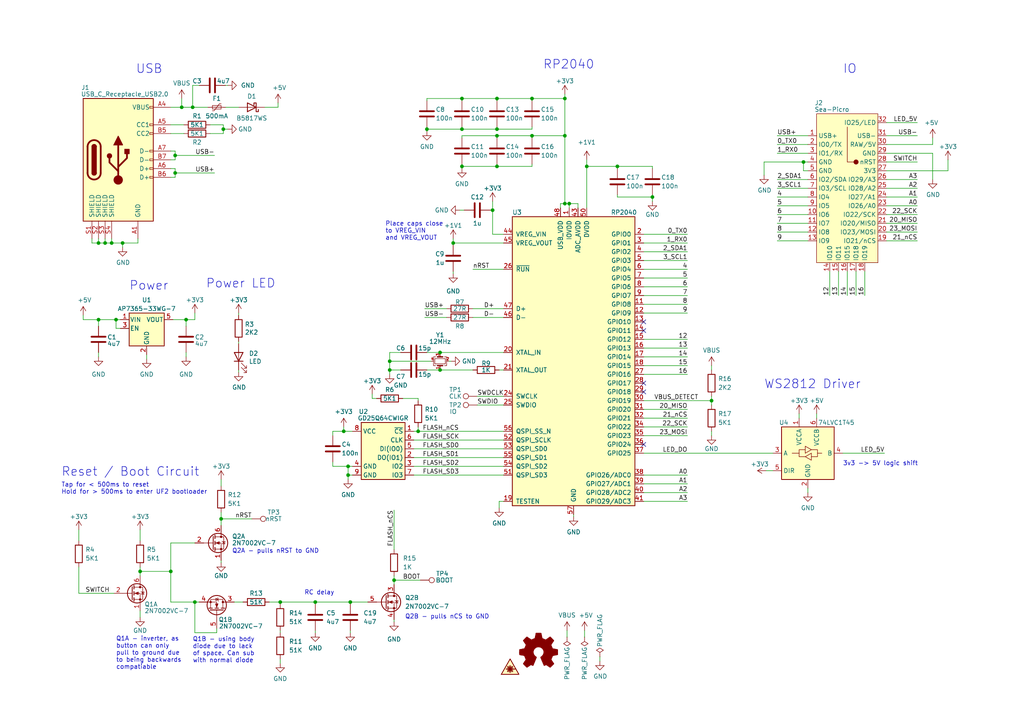
<source format=kicad_sch>
(kicad_sch (version 20211123) (generator eeschema)
  (paper "A4")
  (title_block (title "Sea Picro EXT") (date "2022-06-20") (rev "0.3") (company "Josh Johnson"))
  (junction (at 142.875 60.96))
  (junction (at 40.64 165.735))
  (junction (at 32.385 70.485))
  (junction (at 206.375 116.205))
  (junction (at 113.03 104.775))
  (junction (at 179.07 48.26))
  (junction (at 53.975 92.71))
  (junction (at 56.515 174.625))
  (junction (at 64.77 37.465))
  (junction (at 64.135 150.495))
  (junction (at 144.145 37.465))
  (junction (at 154.305 28.575))
  (junction (at 123.825 37.465))
  (junction (at 133.985 48.26))
  (junction (at 154.305 39.37))
  (junction (at 50.8 45.085))
  (junction (at 28.575 70.485))
  (junction (at 165.1 59.055))
  (junction (at 35.56 70.485))
  (junction (at 163.83 39.37))
  (junction (at 144.145 48.26))
  (junction (at 33.655 92.71))
  (junction (at 131.445 70.485))
  (junction (at 52.705 31.115))
  (junction (at 30.48 70.485))
  (junction (at 170.18 48.26))
  (junction (at 50.8 50.165))
  (junction (at 81.28 174.625))
  (junction (at 101.6 174.625))
  (junction (at 127.635 107.315))
  (junction (at 133.985 37.465))
  (junction (at 91.44 174.625))
  (junction (at 99.695 125.095))
  (junction (at 49.53 165.735))
  (junction (at 113.03 107.315))
  (junction (at 127.635 102.235))
  (junction (at 100.965 135.255))
  (junction (at 55.88 31.115))
  (junction (at 28.575 92.71))
  (junction (at 114.3 168.275))
  (junction (at 100.965 137.795))
  (junction (at 144.145 28.575))
  (junction (at 163.83 28.575))
  (junction (at 144.145 39.37))
  (junction (at 121.285 125.095))
  (junction (at 133.985 28.575))
  (junction (at 189.23 57.15))
  (junction (at 233.045 46.99))
  (junction (at 163.83 59.055))
  (no_connect (at 186.69 128.905))
  (no_connect (at 186.69 95.885))
  (no_connect (at 186.69 93.345))
  (no_connect (at 186.69 113.665))
  (no_connect (at 186.69 111.125))
  (wire (pts (xy 100.965 135.255) (xy 100.965 137.795)))
  (wire (pts (xy 50.8 48.895) (xy 50.8 50.165)))
  (wire (pts (xy 69.215 107.315) (xy 69.215 107.95)))
  (wire (pts (xy 248.285 78.74) (xy 248.285 85.725)))
  (wire (pts (xy 99.695 125.095) (xy 96.52 125.095)))
  (wire (pts (xy 123.825 29.21) (xy 123.825 28.575)))
  (wire (pts (xy 163.83 28.575) (xy 163.83 39.37)))
  (wire (pts (xy 60.96 36.195) (xy 64.77 36.195)))
  (wire (pts (xy 120.015 125.095) (xy 121.285 125.095)))
  (wire (pts (xy 154.305 28.575) (xy 163.83 28.575)))
  (wire (pts (xy 179.07 48.26) (xy 170.18 48.26)))
  (wire (pts (xy 56.515 174.625) (xy 49.53 174.625)))
  (wire (pts (xy 225.425 67.31) (xy 234.315 67.31)))
  (wire (pts (xy 163.83 39.37) (xy 163.83 59.055)))
  (wire (pts (xy 257.175 52.07) (xy 266.065 52.07)))
  (wire (pts (xy 114.3 167.005) (xy 114.3 168.275)))
  (wire (pts (xy 240.665 78.74) (xy 240.665 85.725)))
  (wire (pts (xy 28.575 70.485) (xy 30.48 70.485)))
  (wire (pts (xy 154.305 28.575) (xy 154.305 29.21)))
  (wire (pts (xy 186.69 90.805) (xy 199.39 90.805)))
  (wire (pts (xy 26.67 70.485) (xy 28.575 70.485)))
  (wire (pts (xy 113.03 102.235) (xy 113.03 104.775)))
  (wire (pts (xy 40.64 164.465) (xy 40.64 165.735)))
  (wire (pts (xy 80.645 31.115) (xy 80.645 29.845)))
  (wire (pts (xy 129.54 92.075) (xy 123.19 92.075)))
  (wire (pts (xy 225.425 64.77) (xy 234.315 64.77)))
  (wire (pts (xy 65.405 31.115) (xy 69.215 31.115)))
  (wire (pts (xy 32.385 69.215) (xy 32.385 70.485)))
  (wire (pts (xy 225.425 62.23) (xy 234.315 62.23)))
  (wire (pts (xy 186.69 106.045) (xy 199.39 106.045)))
  (wire (pts (xy 64.135 148.59) (xy 64.135 150.495)))
  (wire (pts (xy 222.25 136.525) (xy 224.155 136.525)))
  (wire (pts (xy 133.985 47.625) (xy 133.985 48.26)))
  (wire (pts (xy 146.05 70.485) (xy 131.445 70.485)))
  (wire (pts (xy 127.635 107.315) (xy 137.16 107.315)))
  (wire (pts (xy 170.18 48.26) (xy 170.18 60.325)))
  (wire (pts (xy 22.86 164.465) (xy 22.86 172.085)))
  (wire (pts (xy 186.69 70.485) (xy 199.39 70.485)))
  (wire (pts (xy 28.575 92.71) (xy 33.655 92.71)))
  (wire (pts (xy 225.425 44.45) (xy 234.315 44.45)))
  (wire (pts (xy 169.545 182.88) (xy 169.545 184.785)))
  (wire (pts (xy 55.88 24.765) (xy 57.785 24.765)))
  (wire (pts (xy 49.53 48.895) (xy 50.8 48.895)))
  (wire (pts (xy 50.8 50.165) (xy 50.8 51.435)))
  (wire (pts (xy 163.83 27.305) (xy 163.83 28.575)))
  (wire (pts (xy 270.51 52.07) (xy 270.51 44.45)))
  (wire (pts (xy 270.51 41.91) (xy 270.51 40.005)))
  (wire (pts (xy 50.8 45.085) (xy 62.23 45.085)))
  (wire (pts (xy 81.28 174.625) (xy 91.44 174.625)))
  (wire (pts (xy 233.045 49.53) (xy 233.045 46.99)))
  (wire (pts (xy 144.145 29.21) (xy 144.145 28.575)))
  (wire (pts (xy 186.69 103.505) (xy 199.39 103.505)))
  (wire (pts (xy 138.43 117.475) (xy 146.05 117.475)))
  (wire (pts (xy 257.175 35.56) (xy 266.065 35.56)))
  (wire (pts (xy 245.745 78.74) (xy 245.745 85.725)))
  (wire (pts (xy 64.135 150.495) (xy 73.025 150.495)))
  (wire (pts (xy 257.175 54.61) (xy 266.065 54.61)))
  (wire (pts (xy 179.07 56.515) (xy 179.07 57.15)))
  (wire (pts (xy 69.215 91.44) (xy 69.215 90.805)))
  (wire (pts (xy 165.1 59.055) (xy 163.83 59.055)))
  (wire (pts (xy 225.425 39.37) (xy 234.315 39.37)))
  (wire (pts (xy 225.425 54.61) (xy 234.315 54.61)))
  (wire (pts (xy 64.135 150.495) (xy 64.135 152.4)))
  (wire (pts (xy 154.305 36.83) (xy 154.305 37.465)))
  (wire (pts (xy 144.145 37.465) (xy 154.305 37.465)))
  (wire (pts (xy 234.315 49.53) (xy 233.045 49.53)))
  (wire (pts (xy 186.69 142.875) (xy 199.39 142.875)))
  (wire (pts (xy 49.53 174.625) (xy 49.53 165.735)))
  (wire (pts (xy 50.165 92.71) (xy 53.975 92.71)))
  (wire (pts (xy 113.03 107.315) (xy 113.03 108.585)))
  (wire (pts (xy 114.3 147.955) (xy 114.3 159.385)))
  (wire (pts (xy 22.86 153.67) (xy 22.86 156.845)))
  (wire (pts (xy 236.855 120.015) (xy 236.855 121.285)))
  (wire (pts (xy 186.69 73.025) (xy 199.39 73.025)))
  (wire (pts (xy 186.69 126.365) (xy 199.39 126.365)))
  (wire (pts (xy 206.375 106.045) (xy 206.375 107.315)))
  (wire (pts (xy 64.77 36.195) (xy 64.77 37.465)))
  (wire (pts (xy 186.69 98.425) (xy 199.39 98.425)))
  (wire (pts (xy 154.305 47.625) (xy 154.305 48.26)))
  (wire (pts (xy 120.015 132.715) (xy 146.05 132.715)))
  (wire (pts (xy 133.985 37.465) (xy 144.145 37.465)))
  (wire (pts (xy 179.07 48.26) (xy 189.23 48.26)))
  (wire (pts (xy 53.34 36.195) (xy 49.53 36.195)))
  (wire (pts (xy 56.515 90.805) (xy 56.515 92.71)))
  (wire (pts (xy 113.03 104.775) (xy 113.03 107.315)))
  (wire (pts (xy 131.445 69.215) (xy 131.445 70.485)))
  (wire (pts (xy 142.875 60.96) (xy 142.875 67.945)))
  (wire (pts (xy 28.575 92.71) (xy 28.575 94.615)))
  (wire (pts (xy 121.285 123.825) (xy 121.285 125.095)))
  (wire (pts (xy 144.145 48.26) (xy 154.305 48.26)))
  (wire (pts (xy 170.18 46.355) (xy 170.18 48.26)))
  (wire (pts (xy 129.54 89.535) (xy 123.19 89.535)))
  (wire (pts (xy 69.215 99.695) (xy 69.215 99.06)))
  (wire (pts (xy 257.175 46.99) (xy 266.065 46.99)))
  (wire (pts (xy 189.23 57.15) (xy 189.23 58.42)))
  (wire (pts (xy 49.53 43.815) (xy 50.8 43.815)))
  (wire (pts (xy 144.145 28.575) (xy 154.305 28.575)))
  (wire (pts (xy 243.205 78.74) (xy 243.205 85.725)))
  (wire (pts (xy 65.405 24.765) (xy 66.04 24.765)))
  (wire (pts (xy 179.07 48.895) (xy 179.07 48.26)))
  (wire (pts (xy 50.8 46.355) (xy 49.53 46.355)))
  (wire (pts (xy 22.86 172.085) (xy 33.02 172.085)))
  (wire (pts (xy 101.6 174.625) (xy 106.68 174.625)))
  (wire (pts (xy 133.985 28.575) (xy 133.985 29.21)))
  (wire (pts (xy 101.6 182.88) (xy 101.6 183.515)))
  (wire (pts (xy 102.235 135.255) (xy 100.965 135.255)))
  (wire (pts (xy 26.67 69.215) (xy 26.67 70.485)))
  (wire (pts (xy 257.175 69.85) (xy 266.065 69.85)))
  (wire (pts (xy 81.28 182.88) (xy 81.28 183.515)))
  (wire (pts (xy 33.655 95.25) (xy 33.655 92.71)))
  (wire (pts (xy 120.015 135.255) (xy 146.05 135.255)))
  (wire (pts (xy 186.69 108.585) (xy 199.39 108.585)))
  (wire (pts (xy 270.51 44.45) (xy 257.175 44.45)))
  (wire (pts (xy 50.8 51.435) (xy 49.53 51.435)))
  (wire (pts (xy 100.965 137.795) (xy 102.235 137.795)))
  (wire (pts (xy 257.175 59.69) (xy 266.065 59.69)))
  (wire (pts (xy 186.69 137.795) (xy 199.39 137.795)))
  (wire (pts (xy 52.705 28.575) (xy 52.705 31.115)))
  (wire (pts (xy 28.575 69.215) (xy 28.575 70.485)))
  (wire (pts (xy 186.69 140.335) (xy 199.39 140.335)))
  (wire (pts (xy 113.03 107.315) (xy 116.205 107.315)))
  (wire (pts (xy 50.8 45.085) (xy 50.8 46.355)))
  (wire (pts (xy 101.6 175.26) (xy 101.6 174.625)))
  (wire (pts (xy 186.69 83.185) (xy 199.39 83.185)))
  (wire (pts (xy 133.985 48.26) (xy 144.145 48.26)))
  (wire (pts (xy 60.96 38.735) (xy 64.77 38.735)))
  (wire (pts (xy 123.825 28.575) (xy 133.985 28.575)))
  (wire (pts (xy 144.145 39.37) (xy 144.145 40.005)))
  (wire (pts (xy 40.64 165.735) (xy 40.64 167.005)))
  (wire (pts (xy 144.145 36.83) (xy 144.145 37.465)))
  (wire (pts (xy 53.975 92.71) (xy 53.975 94.615)))
  (wire (pts (xy 250.825 78.74) (xy 250.825 85.725)))
  (wire (pts (xy 146.05 145.415) (xy 144.78 145.415)))
  (wire (pts (xy 164.465 182.88) (xy 164.465 184.785)))
  (wire (pts (xy 100.965 137.795) (xy 100.965 139.065)))
  (wire (pts (xy 32.385 70.485) (xy 35.56 70.485)))
  (wire (pts (xy 30.48 70.485) (xy 32.385 70.485)))
  (wire (pts (xy 189.23 48.26) (xy 189.23 48.895)))
  (wire (pts (xy 120.015 127.635) (xy 146.05 127.635)))
  (wire (pts (xy 144.78 145.415) (xy 144.78 147.32)))
  (wire (pts (xy 107.95 114.3) (xy 107.95 115.57)))
  (wire (pts (xy 186.69 121.285) (xy 199.39 121.285)))
  (wire (pts (xy 64.135 139.065) (xy 64.135 140.97)))
  (wire (pts (xy 120.015 137.795) (xy 146.05 137.795)))
  (wire (pts (xy 121.285 115.57) (xy 121.285 116.205)))
  (wire (pts (xy 42.545 102.87) (xy 42.545 104.14)))
  (wire (pts (xy 123.825 37.465) (xy 133.985 37.465)))
  (wire (pts (xy 78.105 174.625) (xy 81.28 174.625)))
  (wire (pts (xy 34.925 95.25) (xy 33.655 95.25)))
  (wire (pts (xy 133.985 28.575) (xy 144.145 28.575)))
  (wire (pts (xy 67.945 174.625) (xy 70.485 174.625)))
  (wire (pts (xy 165.1 59.055) (xy 165.1 60.325)))
  (wire (pts (xy 99.695 123.825) (xy 99.695 125.095)))
  (wire (pts (xy 123.825 37.465) (xy 123.825 38.1)))
  (wire (pts (xy 50.8 50.165) (xy 62.23 50.165)))
  (wire (pts (xy 225.425 59.69) (xy 234.315 59.69)))
  (wire (pts (xy 257.175 64.77) (xy 266.065 64.77)))
  (wire (pts (xy 206.375 125.095) (xy 206.375 126.365)))
  (wire (pts (xy 173.99 191.77) (xy 173.99 190.5)))
  (wire (pts (xy 206.375 116.205) (xy 206.375 117.475)))
  (wire (pts (xy 123.825 36.83) (xy 123.825 37.465)))
  (wire (pts (xy 146.05 67.945) (xy 142.875 67.945)))
  (wire (pts (xy 186.69 80.645) (xy 199.39 80.645)))
  (wire (pts (xy 186.69 78.105) (xy 199.39 78.105)))
  (wire (pts (xy 116.84 115.57) (xy 121.285 115.57)))
  (wire (pts (xy 50.8 43.815) (xy 50.8 45.085)))
  (wire (pts (xy 55.88 31.115) (xy 60.325 31.115)))
  (wire (pts (xy 138.43 114.935) (xy 146.05 114.935)))
  (wire (pts (xy 154.305 39.37) (xy 163.83 39.37)))
  (wire (pts (xy 49.53 157.48) (xy 56.515 157.48)))
  (wire (pts (xy 56.515 183.515) (xy 56.515 174.625)))
  (wire (pts (xy 186.69 123.825) (xy 199.39 123.825)))
  (wire (pts (xy 186.69 88.265) (xy 199.39 88.265)))
  (wire (pts (xy 166.37 149.225) (xy 166.37 149.86)))
  (wire (pts (xy 40.64 177.165) (xy 40.64 179.07)))
  (wire (pts (xy 142.24 60.96) (xy 142.875 60.96)))
  (wire (pts (xy 53.975 102.235) (xy 53.975 103.505)))
  (wire (pts (xy 167.64 59.055) (xy 165.1 59.055)))
  (wire (pts (xy 131.445 70.485) (xy 131.445 71.12)))
  (wire (pts (xy 144.145 47.625) (xy 144.145 48.26)))
  (wire (pts (xy 121.285 125.095) (xy 146.05 125.095)))
  (wire (pts (xy 257.175 62.23) (xy 266.065 62.23)))
  (wire (pts (xy 225.425 52.07) (xy 234.315 52.07)))
  (wire (pts (xy 234.315 141.605) (xy 234.315 142.875)))
  (wire (pts (xy 163.83 59.055) (xy 162.56 59.055)))
  (wire (pts (xy 274.955 46.355) (xy 274.955 49.53)))
  (wire (pts (xy 49.53 165.735) (xy 40.64 165.735)))
  (wire (pts (xy 62.865 183.515) (xy 56.515 183.515)))
  (wire (pts (xy 133.985 39.37) (xy 144.145 39.37)))
  (wire (pts (xy 99.695 125.095) (xy 102.235 125.095)))
  (wire (pts (xy 131.445 78.74) (xy 131.445 79.375)))
  (wire (pts (xy 64.77 37.465) (xy 64.77 38.735)))
  (wire (pts (xy 186.69 75.565) (xy 199.39 75.565)))
  (wire (pts (xy 137.16 92.075) (xy 146.05 92.075)))
  (wire (pts (xy 189.23 56.515) (xy 189.23 57.15)))
  (wire (pts (xy 49.53 31.115) (xy 52.705 31.115)))
  (wire (pts (xy 40.64 153.67) (xy 40.64 156.845)))
  (wire (pts (xy 91.44 182.88) (xy 91.44 183.515)))
  (wire (pts (xy 53.34 38.735) (xy 49.53 38.735)))
  (wire (pts (xy 123.825 107.315) (xy 127.635 107.315)))
  (wire (pts (xy 221.615 46.99) (xy 233.045 46.99)))
  (wire (pts (xy 24.13 92.71) (xy 24.13 91.44)))
  (wire (pts (xy 133.35 60.96) (xy 134.62 60.96)))
  (wire (pts (xy 244.475 131.445) (xy 256.54 131.445)))
  (wire (pts (xy 130.175 104.775) (xy 130.81 104.775)))
  (wire (pts (xy 225.425 41.91) (xy 234.315 41.91)))
  (wire (pts (xy 133.985 40.005) (xy 133.985 39.37)))
  (wire (pts (xy 62.865 182.245) (xy 62.865 183.515)))
  (wire (pts (xy 137.16 89.535) (xy 146.05 89.535)))
  (wire (pts (xy 162.56 59.055) (xy 162.56 60.325)))
  (wire (pts (xy 114.3 179.705) (xy 114.3 180.34)))
  (wire (pts (xy 113.03 104.775) (xy 125.095 104.775)))
  (wire (pts (xy 154.305 40.005) (xy 154.305 39.37)))
  (wire (pts (xy 221.615 46.99) (xy 221.615 50.8)))
  (wire (pts (xy 64.135 162.56) (xy 64.135 163.195)))
  (wire (pts (xy 53.975 92.71) (xy 56.515 92.71)))
  (wire (pts (xy 186.69 116.205) (xy 206.375 116.205)))
  (wire (pts (xy 33.655 92.71) (xy 34.925 92.71)))
  (wire (pts (xy 133.985 48.26) (xy 133.985 48.895)))
  (wire (pts (xy 146.05 78.105) (xy 137.16 78.105)))
  (wire (pts (xy 40.005 69.215) (xy 40.005 70.485)))
  (wire (pts (xy 66.04 37.465) (xy 64.77 37.465)))
  (wire (pts (xy 133.985 36.83) (xy 133.985 37.465)))
  (wire (pts (xy 55.88 24.765) (xy 55.88 31.115)))
  (wire (pts (xy 52.705 31.115) (xy 55.88 31.115)))
  (wire (pts (xy 167.64 60.325) (xy 167.64 59.055)))
  (wire (pts (xy 186.69 145.415) (xy 199.39 145.415)))
  (wire (pts (xy 257.175 49.53) (xy 274.955 49.53)))
  (wire (pts (xy 257.175 57.15) (xy 266.065 57.15)))
  (wire (pts (xy 225.425 57.15) (xy 234.315 57.15)))
  (wire (pts (xy 96.52 125.095) (xy 96.52 126.365)))
  (wire (pts (xy 30.48 69.215) (xy 30.48 70.485)))
  (wire (pts (xy 127.635 102.235) (xy 146.05 102.235)))
  (wire (pts (xy 186.69 118.745) (xy 199.39 118.745)))
  (wire (pts (xy 81.28 175.26) (xy 81.28 174.625)))
  (wire (pts (xy 120.015 130.175) (xy 146.05 130.175)))
  (wire (pts (xy 179.07 57.15) (xy 189.23 57.15)))
  (wire (pts (xy 35.56 70.485) (xy 40.005 70.485)))
  (wire (pts (xy 76.835 31.115) (xy 80.645 31.115)))
  (wire (pts (xy 96.52 133.985) (xy 96.52 135.255)))
  (wire (pts (xy 28.575 102.235) (xy 28.575 103.505)))
  (wire (pts (xy 24.13 92.71) (xy 28.575 92.71)))
  (wire (pts (xy 257.175 41.91) (xy 270.51 41.91)))
  (wire (pts (xy 81.28 191.135) (xy 81.28 192.405)))
  (wire (pts (xy 225.425 69.85) (xy 234.315 69.85)))
  (wire (pts (xy 257.175 39.37) (xy 266.065 39.37)))
  (wire (pts (xy 114.3 168.275) (xy 121.92 168.275)))
  (wire (pts (xy 257.175 67.31) (xy 266.065 67.31)))
  (wire (pts (xy 107.95 115.57) (xy 109.22 115.57)))
  (wire (pts (xy 144.145 39.37) (xy 154.305 39.37)))
  (wire (pts (xy 142.875 58.42) (xy 142.875 60.96)))
  (wire (pts (xy 231.775 120.015) (xy 231.775 121.285)))
  (wire (pts (xy 116.205 102.235) (xy 113.03 102.235)))
  (wire (pts (xy 96.52 135.255) (xy 100.965 135.255)))
  (wire (pts (xy 144.78 107.315) (xy 146.05 107.315)))
  (wire (pts (xy 186.69 131.445) (xy 224.155 131.445)))
  (wire (pts (xy 91.44 175.26) (xy 91.44 174.625)))
  (wire (pts (xy 233.045 46.99) (xy 234.315 46.99)))
  (wire (pts (xy 186.69 67.945) (xy 199.39 67.945)))
  (wire (pts (xy 186.69 100.965) (xy 199.39 100.965)))
  (wire (pts (xy 56.515 174.625) (xy 57.785 174.625)))
  (wire (pts (xy 114.3 168.275) (xy 114.3 169.545)))
  (wire (pts (xy 49.53 157.48) (xy 49.53 165.735)))
  (wire (pts (xy 91.44 174.625) (xy 101.6 174.625)))
  (wire (pts (xy 206.375 114.935) (xy 206.375 116.205)))
  (wire (pts (xy 186.69 85.725) (xy 199.39 85.725)))
  (wire (pts (xy 123.825 102.235) (xy 127.635 102.235)))
  (wire (pts (xy 35.56 71.755) (xy 35.56 70.485)))
  (text "Power LED" (at 59.69 83.82 0) (effects (font (size 2.54 2.54)) (justify left bottom)))
  (text "RP2040" (at 157.48 20.32 0) (effects (font (size 2.54 2.54)) (justify left bottom)))
  (text "3v3 -> 5V logic shift" (at 244.475 135.255 0) (effects (font (size 1.27 1.27)) (justify left bottom)))
  (text "Power" (at 37.465 84.455 0) (effects (font (size 2.54 2.54)) (justify left bottom)))
  (text "Q2A - pulls nRST to GND" (at 67.31 160.655 0) (effects (font (size 1.27 1.27)) (justify left bottom)))
  (text "Q1A - inverter, as \nbutton can only \npull to ground due\nto being backwards\ncompatiable" (at 33.655 194.31 0) (effects (font (size 1.27 1.27)) (justify left bottom)))
  (text "Place caps close \nto VREG_VIN \nand VREG_VOUT" (at 111.76 69.85 0) (effects (font (size 1.27 1.27)) (justify left bottom)))
  (text "Q1B - using body \ndiode due to lack\nof space. Can sub\nwith normal diode" (at 55.88 192.405 0) (effects (font (size 1.27 1.27)) (justify left bottom)))
  (text "Tap for < 500ms to reset\nHold for > 500ms to enter UF2 bootloader" (at 17.78 143.51 0) (effects (font (size 1.27 1.27)) (justify left bottom)))
  (text "RC delay" (at 88.265 172.72 0) (effects (font (size 1.27 1.27)) (justify left bottom)))
  (text "Reset / Boot Circuit" (at 17.78 138.43 0) (effects (font (size 2.54 2.54)) (justify left bottom)))
  (text "IO" (at 244.475 21.59 0) (effects (font (size 2.54 2.54)) (justify left bottom)))
  (text "USB" (at 39.37 21.59 0) (effects (font (size 2.54 2.54)) (justify left bottom)))
  (text "WS2812 Driver" (at 221.615 113.03 0) (effects (font (size 2.54 2.54)) (justify left bottom)))
  (text "Q2B - pulls nCS to GND" (at 117.475 179.705 0) (effects (font (size 1.27 1.27)) (justify left bottom)))
  (label "23_MOSI" (at 199.39 126.365 180))
  (label "USB-" (at 62.23 45.085 180))
  (label "4" (at 225.425 57.15 0))
  (label "SWDIO" (at 138.43 117.475 0))
  (label "3_SCL1" (at 199.39 75.565 180))
  (label "SWDCLK" (at 138.43 114.935 0))
  (label "22_SCK" (at 199.39 123.825 180))
  (label "7" (at 225.425 64.77 0))
  (label "A2" (at 199.39 142.875 180))
  (label "4" (at 199.39 78.105 180))
  (label "3_SCL1" (at 225.425 54.61 0))
  (label "USB-" (at 266.065 39.37 180))
  (label "2_SDA1" (at 225.425 52.07 0))
  (label "5" (at 225.425 59.69 0))
  (label "USB+" (at 225.425 39.37 0))
  (label "12" (at 240.665 85.725 90))
  (label "22_SCK" (at 266.065 62.23 180))
  (label "6" (at 225.425 62.23 0))
  (label "nRST" (at 137.16 78.105 0))
  (label "20_MISO" (at 199.39 118.745 180))
  (label "USB-" (at 123.19 92.075 0))
  (label "23_MOSI" (at 266.065 67.31 180))
  (label "FLASH_SD0" (at 122.555 130.175 0))
  (label "FLASH_SD3" (at 122.555 137.795 0))
  (label "SWITCH" (at 24.765 172.085 0))
  (label "FLASH_nCS" (at 114.3 147.955 270))
  (label "14" (at 199.39 103.505 180))
  (label "16" (at 199.39 108.585 180))
  (label "15" (at 199.39 106.045 180))
  (label "9" (at 199.39 90.805 180))
  (label "16" (at 250.825 85.725 90))
  (label "A1" (at 199.39 140.335 180))
  (label "FLASH_nCS" (at 122.555 125.095 0))
  (label "14" (at 245.745 85.725 90))
  (label "21_nCS" (at 199.39 121.285 180))
  (label "8" (at 199.39 88.265 180))
  (label "5" (at 199.39 80.645 180))
  (label "A0" (at 199.39 137.795 180))
  (label "D-" (at 140.335 92.075 0))
  (label "13" (at 199.39 100.965 180))
  (label "USB+" (at 62.23 50.165 180))
  (label "0_TX0" (at 199.39 67.945 180))
  (label "USB+" (at 123.19 89.535 0))
  (label "LED_DO" (at 199.39 131.445 180))
  (label "9" (at 225.425 69.85 0))
  (label "6" (at 199.39 83.185 180))
  (label "21_nCS" (at 266.065 69.85 180))
  (label "7" (at 199.39 85.725 180))
  (label "8" (at 225.425 67.31 0))
  (label "LED_5V" (at 266.065 35.56 180))
  (label "nRST" (at 73.025 150.495 180))
  (label "0_TX0" (at 225.425 41.91 0))
  (label "D+" (at 140.335 89.535 0))
  (label "A3" (at 266.065 52.07 180))
  (label "FLASH_SCK" (at 122.555 127.635 0))
  (label "20_MISO" (at 266.065 64.77 180))
  (label "13" (at 243.205 85.725 90))
  (label "SWITCH" (at 266.065 46.99 180))
  (label "A0" (at 266.065 59.69 180))
  (label "12" (at 199.39 98.425 180))
  (label "1_RX0" (at 225.425 44.45 0))
  (label "A3" (at 199.39 145.415 180))
  (label "A2" (at 266.065 54.61 180))
  (label "1_RX0" (at 199.39 70.485 180))
  (label "BOOT" (at 121.92 168.275 180))
  (label "FLASH_SD2" (at 122.555 135.255 0))
  (label "15" (at 248.285 85.725 90))
  (label "VBUS_DETECT" (at 202.565 116.205 180))
  (label "2_SDA1" (at 199.39 73.025 180))
  (label "FLASH_SD1" (at 122.555 132.715 0))
  (label "LED_5V" (at 256.54 131.445 180))
  (label "A1" (at 266.065 57.15 180))
  (symbol (lib_id "power:GND") (at 35.56 71.755 0) (unit 1)
    (property "Reference" "#PWR01" (effects hide))
    (property "Value" "GND" (at 35.687 76.1492 0))
  )
  (symbol (lib_id "Device:R") (at 57.15 36.195 270) (unit 1)
    (property "Reference" "R1" (at 57.15 33.655 90))
    (property "Value" "5K1" (at 57.15 36.195 90))
    (property "Footprint" "Resistor_SMD:R_0402_1005Metric" (effects hide))
    (property "LCSC" "C25905" (effects hide))
    (property "MPN " "0402WGF5101TCE" (effects hide))
    (property "Manufacturer" "UNI-ROYAL(Uniroyal Elec)" (effects hide))
    (property "JLC Basic" "Y" (effects hide))
    (property "Substitute" "Y" (effects hide))
  )
  (symbol (lib_id "Device:R") (at 57.15 38.735 270) (unit 1)
    (property "Reference" "R2" (at 57.15 41.275 90))
    (property "Value" "5K1" (at 57.15 38.735 90))
    (property "Footprint" "Resistor_SMD:R_0402_1005Metric" (effects hide))
    (property "LCSC" "C25905" (effects hide))
    (property "MPN " "0402WGF5101TCE" (effects hide))
    (property "Manufacturer" "UNI-ROYAL(Uniroyal Elec)" (effects hide))
    (property "JLC Basic" "Y" (effects hide))
    (property "Substitute" "Y" (effects hide))
  )
  (symbol (lib_id "power:GND") (at 66.04 37.465 90) (unit 1)
    (property "Reference" "#PWR02" (effects hide))
    (property "Value" "GND" (at 71.12 37.465 90))
  )
  (symbol (lib_id "Device:D_Schottky") (at 73.025 31.115 180) (unit 1)
    (property "Reference" "D1" (at 73.025 27.94 0))
    (property "Value" "B5817WS" (at 73.025 34.29 0))
    (property "Footprint" "josh-passives-smt:D_SOD-323" (effects hide))
    (property "LCSC" "C122854" (effects hide))
    (property "MPN " "B5817WS" (effects hide))
    (property "Manufacturer" "Shikues" (effects hide))
    (property "JLC Basic" "N" (effects hide))
    (property "Substitute" "N" (effects hide))
  )
  (symbol (lib_id "power:+5V") (at 80.645 29.845 0) (unit 1)
    (property "Reference" "#PWR05" (effects hide))
    (property "Value" "+5V" (at 81.026 25.4508 0))
  )
  (symbol (lib_id "Device:Polyfuse_Small") (at 62.865 31.115 270) (unit 1)
    (property "Reference" "F1" (at 62.865 28.575 90))
    (property "Value" "500mA" (at 62.865 33.655 90))
    (property "Footprint" "josh-passives-smt:Fuse_0603_1608Metric" (effects hide))
    (property "LCSC" "C210357" (effects hide))
    (property "MPN " "MF-FSMF050X-2" (effects hide))
    (property "Manufacturer" "BOURNS" (effects hide))
    (property "JLC Basic" "N" (effects hide))
    (property "Substitute" "Y" (effects hide))
  )
  (symbol (lib_id "Device:LED") (at 69.215 103.505 90) (unit 1)
    (property "Reference" "D2" (at 72.1868 102.5144 90) (effects (justify right)))
    (property "Value" "LED" (at 72.1868 104.8258 90) (effects (justify right)))
    (property "Footprint" "LED_SMD:LED_0603_1608Metric" (effects hide))
    (property "LCSC" "C72041" (effects hide))
    (property "MPN " "19-217/BHC-ZL1M2RY/3T" (effects hide))
    (property "Manufacturer" "Everlight Elec" (effects hide))
    (property "JLC Basic" "Y" (effects hide))
    (property "Substitute" "Y - Any Pink" (effects hide))
  )
  (symbol (lib_id "Device:R") (at 69.215 95.25 0) (unit 1)
    (property "Reference" "R3" (at 70.993 94.0816 0) (effects (justify left)))
    (property "Value" "2K2" (at 70.993 96.393 0) (effects (justify left)))
    (property "Footprint" "Resistor_SMD:R_0402_1005Metric" (effects hide))
    (property "LCSC" "C25879" (effects hide))
    (property "MPN " "0402WGF2201TCE" (effects hide))
    (property "Manufacturer" "UNI-ROYAL(Uniroyal Elec)" (effects hide))
    (property "JLC Basic" "Y" (effects hide))
    (property "Substitute" "Y" (effects hide))
  )
  (symbol (lib_id "power:GND") (at 69.215 107.95 0) (unit 1)
    (property "Reference" "#PWR07" (effects hide))
    (property "Value" "GND" (at 69.342 112.3442 0))
  )
  (symbol (lib_id "power:GND") (at 221.615 50.8 0) (unit 1)
    (property "Reference" "#PWR03" (effects hide))
    (property "Value" "GND" (at 221.742 55.1942 0))
  )
  (symbol (lib_id "power:+5V") (at 270.51 40.005 0) (mirror y) (unit 1)
    (property "Reference" "#PWR010" (effects hide))
    (property "Value" "+5V" (at 270.129 35.6108 0))
  )
  (symbol (lib_id "power:PWR_FLAG") (at 173.99 190.5 0) (unit 1)
    (property "Reference" "#FLG04" (effects hide))
    (property "Value" "PWR_FLAG" (at 173.99 182.88 90))
  )
  (symbol (lib_id "power:GND") (at 173.99 191.77 0) (unit 1)
    (property "Reference" "#PWR017" (effects hide))
    (property "Value" "GND" (at 174.117 196.1642 0))
  )
  (symbol (lib_id "Graphic:Logo_Open_Hardware_Small") (at 156.21 189.23 0) (unit 1) (in_bom no)
    (property "Reference" "LOGO1" (effects hide))
    (property "Value" "Logo_Open_Hardware_Small" (effects hide))
    (property "Footprint" "josh-logos:OSHW_Logo_3.6x3.6_F.Mask" (effects hide))
  )
  (symbol (lib_id "Device:C") (at 131.445 74.93 0) (mirror y) (unit 1)
    (property "Reference" "C9" (at 128.905 73.66 0) (effects (justify left)))
    (property "Value" "1u" (at 128.905 76.2 0) (effects (justify left)))
    (property "Footprint" "Capacitor_SMD:C_0402_1005Metric" (effects hide))
    (property "LCSC" "C15849" (effects hide))
    (property "MPN " "CL10A105KB8NNNC" (effects hide))
    (property "Manufacturer" "Samsung Electro-Mechanics" (effects hide))
    (property "JLC Basic" "Y" (effects hide))
    (property "Substitute" "Y" (effects hide))
  )
  (symbol (lib_id "power:GND") (at 28.575 103.505 0) (unit 1)
    (property "Reference" "#PWR06" (effects hide))
    (property "Value" "GND" (at 28.575 108.585 0))
  )
  (symbol (lib_id "Device:C") (at 101.6 179.07 0) (unit 1)
    (property "Reference" "C19" (at 105.41 177.7999 0) (effects (justify left)))
    (property "Value" "4u7" (at 105.41 180.3399 0) (effects (justify left)))
    (property "Footprint" "Capacitor_SMD:C_0402_1005Metric" (effects hide))
    (property "JLC Basic" "Y" (effects hide))
    (property "LCSC" "C23733" (effects hide))
    (property "MPN " "CL05A475MP5NRNC" (effects hide))
    (property "Manufacturer" "Samsung Electro-Mechanics" (effects hide))
    (property "Substitute" "Y" (effects hide))
  )
  (symbol (lib_id "Device:C") (at 96.52 130.175 0) (unit 1)
    (property "Reference" "C4" (at 99.06 128.905 0) (effects (justify left)))
    (property "Value" "100n" (at 99.06 131.445 0) (effects (justify left)))
    (property "Footprint" "Capacitor_SMD:C_0402_1005Metric" (effects hide))
    (property "LCSC" "C1525" (effects hide))
    (property "MPN " "CL05B104KO5NNNC" (effects hide))
    (property "Manufacturer" "Samsung Electro-Mechanics" (effects hide))
    (property "JLC Basic" "Y" (effects hide))
    (property "Substitute" "Y" (effects hide))
  )
  (symbol (lib_id "power:GND") (at 166.37 149.86 0) (unit 1)
    (property "Reference" "#PWR033" (effects hide))
    (property "Value" "GND" (at 166.37 154.305 0))
  )
  (symbol (lib_id "Device:R") (at 206.375 121.285 0) (unit 1)
    (property "Reference" "R17" (at 208.28 120.0149 0) (effects (justify left)))
    (property "Value" "5K1" (at 208.28 122.5549 0) (effects (justify left)))
    (property "Footprint" "Resistor_SMD:R_0402_1005Metric" (effects hide))
    (property "JLC Basic" "Y" (effects hide))
    (property "LCSC" "C25905" (effects hide))
    (property "MPN " "0402WGF5101TCE" (effects hide))
    (property "Manufacturer" "UNI-ROYAL(Uniroyal Elec)" (effects hide))
    (property "Substitute" "Y" (effects hide))
  )
  (symbol (lib_id "power:+5V") (at 169.545 182.88 0) (unit 1)
    (property "Reference" "#PWR0112" (effects hide))
    (property "Value" "+5V" (at 169.926 178.4858 0))
  )
  (symbol (lib_id "Transistor_FET:FDG6335N") (at 61.595 157.48 0) (unit 1)
    (property "Reference" "Q2" (at 69.215 155.575 0))
    (property "Value" "2N7002VC-7" (at 73.66 157.48 0))
    (property "Footprint" "josh-soic-sot-etc:SOT-563" (effects hide))
    (property "Datasheet" "http://www.gneic.com/product/datasheet/FDG6335N-1122853.pdf" (effects hide))
    (property "JLC Basic" "N" (effects hide))
    (property "LCSC" "C504145" (effects hide))
    (property "MPN " "2N7002V" (effects hide))
    (property "Manufacturer" "Changjiang Electronics Tech (CJ) " (effects hide))
    (property "Substitute" "Y" (effects hide))
  )
  (symbol (lib_id "Device:Crystal_GND24_Small") (at 127.635 104.775 90) (unit 1)
    (property "Reference" "Y1" (at 127.635 97.155 90))
    (property "Value" "12MHz" (at 127.635 99.06 90))
    (property "Footprint" "josh-oscillators:Crystal_SMD_2520-4Pin_2.5x2.0mm" (effects hide))
    (property "LCSC" "C2149204" (effects hide))
    (property "MPN " "2TJ412000HYGBC" (effects hide))
    (property "Manufacturer" "JYJE" (effects hide))
    (property "JLC Basic" "N" (effects hide))
    (property "LCSC2" "C2149205" (effects hide))
    (property "MPN2" "2TJ412000NYGBC" (effects hide))
    (property "Manufacturer2" "JYJE" (effects hide))
    (property "Substitute" "N" (effects hide))
  )
  (symbol (lib_id "josh-connector:USB_C_Receptacle_USB2.0_NO_SBU") (at 34.29 46.355 0) (unit 1)
    (property "Reference" "J1" (at 24.765 25.4 0))
    (property "Value" "USB_C_Receptacle_USB2.0" (at 36.195 27.305 0))
    (property "Footprint" "josh-connectors:USB-C_MID_MOUNT_918-418K2024S40000" (effects hide))
    (property "JLC Basic" "N" (effects hide))
    (property "LCSC" "C168688" (effects hide))
    (property "MPN " "918-418K2024S40000" (effects hide))
    (property "Manufacturer" "Jing Extension of the Electronic Co" (effects hide))
    (property "Substitute" "Y" (effects hide))
  )
  (symbol (lib_id "Device:R") (at 206.375 111.125 0) (unit 1)
    (property "Reference" "R16" (at 208.28 109.8549 0) (effects (justify left)))
    (property "Value" "2K2" (at 208.28 112.3949 0) (effects (justify left)))
    (property "Footprint" "Resistor_SMD:R_0402_1005Metric" (effects hide))
    (property "JLC Basic" "Y" (effects hide))
    (property "LCSC" "C25879" (effects hide))
    (property "MPN " "0402WGF2201TCE" (effects hide))
    (property "Manufacturer" "UNI-ROYAL(Uniroyal Elec)" (effects hide))
    (property "Substitute" "Y" (effects hide))
  )
  (symbol (lib_id "Transistor_FET:FDG6335N") (at 62.865 177.165 270) (mirror x) (unit 2)
    (property "Reference" "Q1" (at 65.405 179.705 90))
    (property "Value" "2N7002VC-7" (at 69.85 181.61 90))
    (property "Footprint" "josh-soic-sot-etc:SOT-563" (effects hide))
    (property "Datasheet" "http://www.gneic.com/product/datasheet/FDG6335N-1122853.pdf" (effects hide))
    (property "JLC Basic" "N" (effects hide))
    (property "LCSC" "C504145" (effects hide))
    (property "MPN " "2N7002V" (effects hide))
    (property "Manufacturer" "Changjiang Electronics Tech (CJ) " (effects hide))
    (property "Substitute" "Y" (effects hide))
  )
  (symbol (lib_id "power:+3V3") (at 163.83 27.305 0) (unit 1)
    (property "Reference" "#PWR032" (effects hide))
    (property "Value" "+3V3" (at 163.83 23.495 0))
  )
  (symbol (lib_id "power:GND") (at 66.04 24.765 90) (unit 1)
    (property "Reference" "#PWR018" (effects hide))
    (property "Value" "GND" (at 69.85 24.7649 90) (effects (justify right)))
  )
  (symbol (lib_id "Connector:TestPoint") (at 138.43 117.475 90) (unit 1) (in_bom no)
    (property "Reference" "TP2" (at 132.08 117.475 90))
    (property "Value" "IO" (at 131.445 119.38 90))
    (property "Footprint" "josh-test-point:TestPoint_THTPad_D1.0mm_Drill0.5mm_NO_SILK" (effects hide))
  )
  (symbol (lib_id "Connector:TestPoint") (at 73.025 150.495 270) (unit 1) (in_bom no)
    (property "Reference" "TP3" (at 79.375 148.59 90))
    (property "Value" "nRST" (at 79.375 150.495 90))
    (property "Footprint" "josh-test-point:TestPoint_SMDPad_D1.0mm_NO_SILK" (effects hide))
  )
  (symbol (lib_id "Device:R") (at 133.35 89.535 90) (unit 1)
    (property "Reference" "R7" (at 133.35 87.63 90))
    (property "Value" "27R" (at 133.35 89.535 90))
    (property "Footprint" "Resistor_SMD:R_0402_1005Metric" (effects hide))
    (property "LCSC" "C25100" (effects hide))
    (property "MPN " "0402WGF270JTCE" (effects hide))
    (property "Manufacturer" "UNI-ROYAL(Uniroyal Elec)" (effects hide))
    (property "JLC Basic" "N" (effects hide))
    (property "Substitute" "Y" (effects hide))
  )
  (symbol (lib_id "Device:C") (at 133.985 43.815 0) (unit 1)
    (property "Reference" "C11" (at 136.525 42.545 0) (effects (justify left)))
    (property "Value" "100n" (at 136.525 45.085 0) (effects (justify left)))
    (property "Footprint" "Capacitor_SMD:C_0402_1005Metric" (effects hide))
    (property "LCSC" "C1525" (effects hide))
    (property "MPN " "CL05B104KO5NNNC" (effects hide))
    (property "Manufacturer" "Samsung Electro-Mechanics" (effects hide))
    (property "JLC Basic" "Y" (effects hide))
    (property "Substitute" "Y" (effects hide))
  )
  (symbol (lib_id "power:+3V3") (at 222.25 136.525 90) (unit 1)
    (property "Reference" "#PWR0116" (effects hide))
    (property "Value" "+3V3" (at 220.345 134.62 90))
  )
  (symbol (lib_id "josh-module:Sea-Picro") (at 245.745 55.88 0) (unit 1) (in_bom no)
    (property "Reference" "J2" (at 237.49 29.845 0))
    (property "Value" "Sea-Picro" (at 241.3 31.75 0))
    (property "Footprint" "josh-module:Sea-Picro_EXT_Pins" (effects hide))
  )
  (symbol (lib_id "Device:R") (at 81.28 179.07 0) (unit 1)
    (property "Reference" "R14" (at 83.82 177.7999 0) (effects (justify left)))
    (property "Value" "51K" (at 83.82 180.3399 0) (effects (justify left)))
    (property "Footprint" "Resistor_SMD:R_0402_1005Metric" (effects hide))
    (property "JLC Basic" "Y" (effects hide))
    (property "LCSC" "C25794" (effects hide))
    (property "MPN " "0402WGF5102TCE" (effects hide))
    (property "Manufacturer" "UNI-ROYAL(Uniroyal Elec)" (effects hide))
    (property "Substitute" "Y" (effects hide))
  )
  (symbol (lib_id "power:GND") (at 64.135 163.195 0) (unit 1)
    (property "Reference" "#PWR0101" (effects hide))
    (property "Value" "GND" (at 64.135 167.005 0))
  )
  (symbol (lib_id "Device:R") (at 140.97 107.315 90) (unit 1)
    (property "Reference" "R9" (at 140.97 105.41 90))
    (property "Value" "1K" (at 140.97 107.315 90))
    (property "Footprint" "Resistor_SMD:R_0402_1005Metric" (effects hide))
    (property "LCSC" "C11702" (effects hide))
    (property "MPN " "0402WGF1001TCE" (effects hide))
    (property "Manufacturer" "UNI-ROYAL(Uniroyal Elec)" (effects hide))
    (property "JLC Basic" "Y" (effects hide))
    (property "Substitute" "Y" (effects hide))
  )
  (symbol (lib_id "power:+3V3") (at 107.95 114.3 0) (unit 1)
    (property "Reference" "#PWR023" (effects hide))
    (property "Value" "+3V3" (at 107.95 110.49 0))
  )
  (symbol (lib_id "power:GND") (at 123.825 38.1 0) (unit 1)
    (property "Reference" "#PWR024" (effects hide))
    (property "Value" "GND" (at 123.825 42.545 0))
  )
  (symbol (lib_id "Device:R") (at 22.86 160.655 0) (unit 1)
    (property "Reference" "R4" (at 24.765 159.3849 0) (effects (justify left)))
    (property "Value" "5K1" (at 24.765 161.9249 0) (effects (justify left)))
    (property "Footprint" "Resistor_SMD:R_0402_1005Metric" (effects hide))
    (property "LCSC" "C25905" (effects hide))
    (property "MPN " "0402WGF5101TCE" (effects hide))
    (property "Manufacturer" "UNI-ROYAL(Uniroyal Elec)" (effects hide))
    (property "JLC Basic" "Y" (effects hide))
    (property "Substitute" "Y" (effects hide))
  )
  (symbol (lib_id "Device:C") (at 154.305 43.815 0) (unit 1)
    (property "Reference" "C16" (at 156.845 42.545 0) (effects (justify left)))
    (property "Value" "100n" (at 156.845 45.085 0) (effects (justify left)))
    (property "Footprint" "Capacitor_SMD:C_0402_1005Metric" (effects hide))
    (property "LCSC" "C1525" (effects hide))
    (property "MPN " "CL05B104KO5NNNC" (effects hide))
    (property "Manufacturer" "Samsung Electro-Mechanics" (effects hide))
    (property "JLC Basic" "Y" (effects hide))
    (property "Substitute" "Y" (effects hide))
  )
  (symbol (lib_id "power:GND") (at 133.985 48.895 0) (unit 1)
    (property "Reference" "#PWR029" (effects hide))
    (property "Value" "GND" (at 133.985 53.34 0))
  )
  (symbol (lib_id "power:+3V3") (at 274.955 46.355 0) (unit 1)
    (property "Reference" "#PWR039" (effects hide))
    (property "Value" "+3V3" (at 274.955 42.545 0))
  )
  (symbol (lib_id "Device:R") (at 114.3 163.195 0) (unit 1)
    (property "Reference" "R15" (at 116.84 161.9249 0) (effects (justify left)))
    (property "Value" "1K" (at 116.84 164.4649 0) (effects (justify left)))
    (property "Footprint" "Resistor_SMD:R_0402_1005Metric" (effects hide))
    (property "LCSC" "C11702" (effects hide))
    (property "MPN " "0402WGF1001TCE" (effects hide))
    (property "Manufacturer" "UNI-ROYAL(Uniroyal Elec)" (effects hide))
    (property "JLC Basic" "Y" (effects hide))
    (property "Substitute" "Y" (effects hide))
  )
  (symbol (lib_id "power:+1V1") (at 170.18 46.355 0) (unit 1)
    (property "Reference" "#PWR034" (effects hide))
    (property "Value" "+1V1" (at 170.18 41.275 0))
  )
  (symbol (lib_id "Device:C") (at 189.23 52.705 0) (unit 1)
    (property "Reference" "C18" (at 191.77 51.435 0) (effects (justify left)))
    (property "Value" "100n" (at 191.77 53.975 0) (effects (justify left)))
    (property "Footprint" "Capacitor_SMD:C_0402_1005Metric" (effects hide))
    (property "LCSC" "C1525" (effects hide))
    (property "MPN " "CL05B104KO5NNNC" (effects hide))
    (property "Manufacturer" "Samsung Electro-Mechanics" (effects hide))
    (property "JLC Basic" "Y" (effects hide))
    (property "Substitute" "Y" (effects hide))
  )
  (symbol (lib_id "Device:R") (at 64.135 144.78 0) (unit 1)
    (property "Reference" "R12" (at 66.04 143.5099 0) (effects (justify left)))
    (property "Value" "5K1" (at 66.04 146.0499 0) (effects (justify left)))
    (property "Footprint" "Resistor_SMD:R_0402_1005Metric" (effects hide))
    (property "LCSC" "C25905" (effects hide))
    (property "MPN " "0402WGF5101TCE" (effects hide))
    (property "Manufacturer" "UNI-ROYAL(Uniroyal Elec)" (effects hide))
    (property "JLC Basic" "Y" (effects hide))
    (property "Substitute" "Y" (effects hide))
  )
  (symbol (lib_id "Device:C") (at 179.07 52.705 0) (unit 1)
    (property "Reference" "C17" (at 181.61 51.435 0) (effects (justify left)))
    (property "Value" "100n" (at 181.61 53.975 0) (effects (justify left)))
    (property "Footprint" "Capacitor_SMD:C_0402_1005Metric" (effects hide))
    (property "LCSC" "C1525" (effects hide))
    (property "MPN " "CL05B104KO5NNNC" (effects hide))
    (property "Manufacturer" "Samsung Electro-Mechanics" (effects hide))
    (property "JLC Basic" "Y" (effects hide))
    (property "Substitute" "Y" (effects hide))
  )
  (symbol (lib_id "Device:C") (at 123.825 33.02 0) (unit 1)
    (property "Reference" "C8" (at 126.365 31.75 0) (effects (justify left)))
    (property "Value" "100n" (at 126.365 34.29 0) (effects (justify left)))
    (property "Footprint" "Capacitor_SMD:C_0402_1005Metric" (effects hide))
    (property "LCSC" "C1525" (effects hide))
    (property "MPN " "CL05B104KO5NNNC" (effects hide))
    (property "Manufacturer" "Samsung Electro-Mechanics" (effects hide))
    (property "JLC Basic" "Y" (effects hide))
    (property "Substitute" "Y" (effects hide))
  )
  (symbol (lib_id "power:VBUS") (at 164.465 182.88 0) (unit 1)
    (property "Reference" "#PWR0113" (effects hide))
    (property "Value" "VBUS" (at 164.465 178.435 0))
  )
  (symbol (lib_id "power:GND") (at 100.965 139.065 0) (unit 1)
    (property "Reference" "#PWR021" (effects hide))
    (property "Value" "GND" (at 100.965 143.51 0))
  )
  (symbol (lib_id "power:+3V3") (at 56.515 90.805 0) (unit 1)
    (property "Reference" "#PWR016" (effects hide))
    (property "Value" "+3V3" (at 56.515 86.995 0))
  )
  (symbol (lib_id "Device:C") (at 138.43 60.96 90) (unit 1)
    (property "Reference" "C12" (at 138.43 57.15 90))
    (property "Value" "1u" (at 138.43 64.77 90))
    (property "Footprint" "Capacitor_SMD:C_0402_1005Metric" (effects hide))
    (property "LCSC" "C15849" (effects hide))
    (property "MPN " "CL10A105KB8NNNC" (effects hide))
    (property "Manufacturer" "Samsung Electro-Mechanics" (effects hide))
    (property "JLC Basic" "Y" (effects hide))
    (property "Substitute" "Y" (effects hide))
  )
  (symbol (lib_id "josh-memory:W25Q128JVSIQ") (at 107.315 130.175 0) (mirror y) (unit 1)
    (property "Reference" "U2" (at 105.41 119.38 0))
    (property "Value" "GD25Q64CWIGR" (at 111.125 121.285 0))
    (property "Footprint" "josh-dfn-qfn:WSON-8-1EP_6x5mm_P1.27mm_EP3.4x4mm" (effects hide))
    (property "LCSC" "C395511" (effects hide))
    (property "MPN " "GD25Q64CWIGR" (effects hide))
    (property "Manufacturer" "GigaDevice Semicon Beijing " (effects hide))
    (property "JLC Basic" "N" (effects hide))
    (property "LCSC2" "C2940197" (effects hide))
    (property "MPN2" "W25Q64JVZPIQ" (effects hide))
    (property "Manufacturer2" "Winbond" (effects hide))
    (property "Substitute" "N" (effects hide))
  )
  (symbol (lib_id "power:GND") (at 270.51 52.07 0) (unit 1)
    (property "Reference" "#PWR0118" (effects hide))
    (property "Value" "GND" (at 270.637 56.4642 0))
  )
  (symbol (lib_id "Device:R") (at 40.64 160.655 0) (unit 1)
    (property "Reference" "R5" (at 42.545 159.3849 0) (effects (justify left)))
    (property "Value" "5K1" (at 42.545 161.9249 0) (effects (justify left)))
    (property "Footprint" "Resistor_SMD:R_0402_1005Metric" (effects hide))
    (property "LCSC" "C25905" (effects hide))
    (property "MPN " "0402WGF5101TCE" (effects hide))
    (property "Manufacturer" "UNI-ROYAL(Uniroyal Elec)" (effects hide))
    (property "JLC Basic" "Y" (effects hide))
    (property "Substitute" "Y" (effects hide))
  )
  (symbol (lib_id "Device:C") (at 120.015 102.235 90) (unit 1)
    (property "Reference" "C6" (at 116.205 100.965 90))
    (property "Value" "15p" (at 123.19 100.965 90))
    (property "Footprint" "Capacitor_SMD:C_0402_1005Metric" (effects hide))
    (property "LCSC" "C1548" (effects hide))
    (property "MPN " "0402CG150J500NT" (effects hide))
    (property "Manufacturer" "FH(Guangdong Fenghua Advanced Tech)" (effects hide))
    (property "JLC Basic" "Y" (effects hide))
    (property "Substitute" "Y" (effects hide))
  )
  (symbol (lib_id "power:+3V3") (at 142.875 58.42 0) (unit 1)
    (property "Reference" "#PWR030" (effects hide))
    (property "Value" "+3V3" (at 142.875 54.61 0))
  )
  (symbol (lib_id "Graphic:SYM_LASER_Small") (at 147.955 193.675 0) (unit 1) (in_bom no)
    (property "Reference" "LOGO2" (effects hide))
    (property "Value" "Sea-Picro" (effects hide))
    (property "Footprint" "josh-logos:sea-picro-silk" (effects hide))
  )
  (symbol (lib_id "Device:R") (at 133.35 92.075 90) (unit 1)
    (property "Reference" "R8" (at 133.35 94.615 90))
    (property "Value" "27R" (at 133.35 92.075 90))
    (property "Footprint" "Resistor_SMD:R_0402_1005Metric" (effects hide))
    (property "LCSC" "C25100" (effects hide))
    (property "MPN " "0402WGF270JTCE" (effects hide))
    (property "Manufacturer" "UNI-ROYAL(Uniroyal Elec)" (effects hide))
    (property "JLC Basic" "N" (effects hide))
    (property "Substitute" "Y" (effects hide))
  )
  (symbol (lib_id "Device:C") (at 154.305 33.02 0) (unit 1)
    (property "Reference" "C15" (at 156.845 31.75 0) (effects (justify left)))
    (property "Value" "100n" (at 156.845 34.29 0) (effects (justify left)))
    (property "Footprint" "Capacitor_SMD:C_0402_1005Metric" (effects hide))
    (property "LCSC" "C1525" (effects hide))
    (property "MPN " "CL05B104KO5NNNC" (effects hide))
    (property "Manufacturer" "Samsung Electro-Mechanics" (effects hide))
    (property "JLC Basic" "Y" (effects hide))
    (property "Substitute" "Y" (effects hide))
  )
  (symbol (lib_id "Device:R") (at 81.28 187.325 0) (unit 1)
    (property "Reference" "R11" (at 83.82 186.0549 0) (effects (justify left)))
    (property "Value" "51K" (at 83.82 188.5949 0) (effects (justify left)))
    (property "Footprint" "Resistor_SMD:R_0402_1005Metric" (effects hide))
    (property "JLC Basic" "Y" (effects hide))
    (property "LCSC" "C25794" (effects hide))
    (property "MPN " "0402WGF5102TCE" (effects hide))
    (property "Manufacturer" "UNI-ROYAL(Uniroyal Elec)" (effects hide))
    (property "Substitute" "Y" (effects hide))
  )
  (symbol (lib_id "power:VBUS") (at 206.375 106.045 0) (unit 1)
    (property "Reference" "#PWR0111" (effects hide))
    (property "Value" "VBUS" (at 206.375 101.6 0))
  )
  (symbol (lib_id "power:+1V1") (at 131.445 69.215 0) (unit 1)
    (property "Reference" "#PWR026" (effects hide))
    (property "Value" "+1V1" (at 131.445 65.405 0))
  )
  (symbol (lib_id "power:GND") (at 53.975 103.505 0) (unit 1)
    (property "Reference" "#PWR015" (effects hide))
    (property "Value" "GND" (at 53.975 108.585 0))
  )
  (symbol (lib_id "Device:C") (at 133.985 33.02 0) (unit 1)
    (property "Reference" "C10" (at 136.525 31.75 0) (effects (justify left)))
    (property "Value" "100n" (at 136.525 34.29 0) (effects (justify left)))
    (property "Footprint" "Capacitor_SMD:C_0402_1005Metric" (effects hide))
    (property "LCSC" "C1525" (effects hide))
    (property "MPN " "CL05B104KO5NNNC" (effects hide))
    (property "Manufacturer" "Samsung Electro-Mechanics" (effects hide))
    (property "JLC Basic" "Y" (effects hide))
    (property "Substitute" "Y" (effects hide))
  )
  (symbol (lib_id "power:GND") (at 113.03 108.585 0) (unit 1)
    (property "Reference" "#PWR022" (effects hide))
    (property "Value" "GND" (at 116.205 111.76 0))
  )
  (symbol (lib_id "power:PWR_FLAG") (at 169.545 184.785 180) (unit 1)
    (property "Reference" "#FLG0101" (effects hide))
    (property "Value" "PWR_FLAG" (at 169.545 192.405 90))
  )
  (symbol (lib_id "power:GND") (at 206.375 126.365 0) (unit 1)
    (property "Reference" "#PWR0108" (effects hide))
    (property "Value" "GND" (at 206.375 130.175 0))
  )
  (symbol (lib_id "power:GND") (at 234.315 142.875 0) (unit 1)
    (property "Reference" "#PWR0114" (effects hide))
    (property "Value" "GND" (at 234.315 147.32 0))
  )
  (symbol (lib_id "Logic_LevelTranslator:SN74LVC1T45DRL") (at 234.315 131.445 0) (unit 1)
    (property "Reference" "U4" (at 227.33 122.555 0))
    (property "Value" "74LVC1T45" (at 242.57 122.555 0))
    (property "Footprint" "josh-soic-sot-etc:SOT-563" (effects hide))
    (property "JLC Basic" "N" (effects hide))
    (property "LCSC" "C352970" (effects hide))
    (property "MPN " "SN74LVC1T45DRLR" (effects hide))
    (property "Manufacturer" "Texas Instruments" (effects hide))
    (property "Substitute" "N" (effects hide))
  )
  (symbol (lib_id "power:GND") (at 81.28 192.405 0) (unit 1)
    (property "Reference" "#PWR0104" (effects hide))
    (property "Value" "GND" (at 81.28 196.85 0))
  )
  (symbol (lib_id "power:GND") (at 114.3 180.34 0) (unit 1)
    (property "Reference" "#PWR0103" (effects hide))
    (property "Value" "GND" (at 114.3 185.42 0))
  )
  (symbol (lib_id "Transistor_FET:FDG6335N") (at 38.1 172.085 0) (unit 1)
    (property "Reference" "Q1" (at 41.91 175.26 0) (effects (justify left)))
    (property "Value" "2N7002VC-7" (at 41.91 177.165 0) (effects (justify left)))
    (property "Footprint" "josh-soic-sot-etc:SOT-563" (effects hide))
    (property "Datasheet" "http://www.gneic.com/product/datasheet/FDG6335N-1122853.pdf" (effects hide))
    (property "JLC Basic" "N" (effects hide))
    (property "LCSC" "C504145" (effects hide))
    (property "MPN " "2N7002V" (effects hide))
    (property "Manufacturer" "Changjiang Electronics Tech (CJ) " (effects hide))
    (property "Substitute" "Y" (effects hide))
  )
  (symbol (lib_id "Device:C") (at 91.44 179.07 0) (unit 1)
    (property "Reference" "C5" (at 94.615 177.7999 0) (effects (justify left)))
    (property "Value" "4u7" (at 94.615 180.3399 0) (effects (justify left)))
    (property "Footprint" "Capacitor_SMD:C_0402_1005Metric" (effects hide))
    (property "JLC Basic" "Y" (effects hide))
    (property "LCSC" "C23733" (effects hide))
    (property "MPN " "CL05A475MP5NRNC" (effects hide))
    (property "Manufacturer" "Samsung Electro-Mechanics" (effects hide))
    (property "Substitute" "Y" (effects hide))
  )
  (symbol (lib_id "josh-ic:RP2040") (at 166.37 111.125 0) (unit 1)
    (property "Reference" "U3" (at 148.59 61.595 0) (effects (justify left)))
    (property "Value" "RP2040" (at 177.165 61.595 0) (effects (justify left)))
    (property "Footprint" "josh-dfn-qfn:RP2040-QFN-56" (effects hide))
    (property "LCSC" "C2040" (effects hide))
    (property "MPN " "RP2040" (effects hide))
    (property "Manufacturer" "Raspberry Pi " (effects hide))
    (property "JLC Basic" "N" (effects hide))
    (property "Substitute" "N" (effects hide))
  )
  (symbol (lib_id "Device:C") (at 53.975 98.425 0) (unit 1)
    (property "Reference" "C2" (at 56.515 97.79 0) (effects (justify left)))
    (property "Value" "4u7" (at 56.515 99.695 0) (effects (justify left)))
    (property "Footprint" "Capacitor_SMD:C_0402_1005Metric" (effects hide))
    (property "LCSC" "C23733" (effects hide))
    (property "MPN " "CL05A475MP5NRNC" (effects hide))
    (property "Manufacturer" "Samsung Electro-Mechanics" (effects hide))
    (property "JLC Basic" "Y" (effects hide))
    (property "Substitute" "Y" (effects hide))
  )
  (symbol (lib_id "Device:C") (at 28.575 98.425 0) (unit 1)
    (property "Reference" "C1" (at 31.115 97.79 0) (effects (justify left)))
    (property "Value" "4u7" (at 31.115 99.695 0) (effects (justify left)))
    (property "Footprint" "Capacitor_SMD:C_0402_1005Metric" (effects hide))
    (property "LCSC" "C23733" (effects hide))
    (property "MPN " "CL05A475MP5NRNC" (effects hide))
    (property "Manufacturer" "Samsung Electro-Mechanics" (effects hide))
    (property "JLC Basic" "Y" (effects hide))
    (property "Substitute" "Y" (effects hide))
  )
  (symbol (lib_id "Device:C") (at 144.145 43.815 0) (unit 1)
    (property "Reference" "C14" (at 146.685 42.545 0) (effects (justify left)))
    (property "Value" "100n" (at 146.685 45.085 0) (effects (justify left)))
    (property "Footprint" "Capacitor_SMD:C_0402_1005Metric" (effects hide))
    (property "LCSC" "C1525" (effects hide))
    (property "MPN " "CL05B104KO5NNNC" (effects hide))
    (property "Manufacturer" "Samsung Electro-Mechanics" (effects hide))
    (property "JLC Basic" "Y" (effects hide))
    (property "Substitute" "Y" (effects hide))
  )
  (symbol (lib_id "power:GND") (at 42.545 104.14 0) (unit 1)
    (property "Reference" "#PWR011" (effects hide))
    (property "Value" "GND" (at 42.545 108.585 0))
  )
  (symbol (lib_id "Connector:TestPoint") (at 138.43 114.935 90) (unit 1) (in_bom no)
    (property "Reference" "TP1" (at 132.08 113.03 90))
    (property "Value" "CLK" (at 132.08 114.935 90))
    (property "Footprint" "josh-test-point:TestPoint_THTPad_D1.0mm_Drill0.5mm_NO_SILK" (effects hide))
  )
  (symbol (lib_id "power:VBUS") (at 52.705 28.575 0) (unit 1)
    (property "Reference" "#PWR014" (effects hide))
    (property "Value" "VBUS" (at 52.705 24.13 0))
  )
  (symbol (lib_id "power:+3V3") (at 40.64 153.67 0) (unit 1)
    (property "Reference" "#PWR0107" (effects hide))
    (property "Value" "+3V3" (at 40.64 149.86 0))
  )
  (symbol (lib_id "power:+3V3") (at 231.775 120.015 0) (unit 1)
    (property "Reference" "#PWR0115" (effects hide))
    (property "Value" "+3V3" (at 231.775 116.205 0))
  )
  (symbol (lib_id "power:GND") (at 131.445 79.375 0) (unit 1)
    (property "Reference" "#PWR027" (effects hide))
    (property "Value" "GND" (at 131.445 84.455 0))
  )
  (symbol (lib_id "Device:C") (at 61.595 24.765 90) (unit 1)
    (property "Reference" "C3" (at 57.15 23.495 90))
    (property "Value" "4u7" (at 64.77 23.495 90))
    (property "Footprint" "Capacitor_SMD:C_0402_1005Metric" (effects hide))
    (property "LCSC" "C23733" (effects hide))
    (property "MPN " "CL05A475MP5NRNC" (effects hide))
    (property "Manufacturer" "Samsung Electro-Mechanics" (effects hide))
    (property "JLC Basic" "Y" (effects hide))
    (property "Substitute" "Y" (effects hide))
  )
  (symbol (lib_id "power:+5V") (at 236.855 120.015 0) (unit 1)
    (property "Reference" "#PWR0117" (effects hide))
    (property "Value" "+5V" (at 236.855 116.205 0))
  )
  (symbol (lib_id "power:GND") (at 91.44 183.515 0) (unit 1)
    (property "Reference" "#PWR0105" (effects hide))
    (property "Value" "GND" (at 91.44 187.96 0))
  )
  (symbol (lib_id "power:+3V3") (at 64.135 139.065 0) (unit 1)
    (property "Reference" "#PWR0102" (effects hide))
    (property "Value" "+3V3" (at 64.135 135.255 0))
  )
  (symbol (lib_id "Device:R") (at 113.03 115.57 90) (unit 1)
    (property "Reference" "R6" (at 113.03 113.03 90))
    (property "Value" "5K1" (at 113.03 115.57 90))
    (property "Footprint" "Resistor_SMD:R_0402_1005Metric" (effects hide))
    (property "LCSC" "C25905" (effects hide))
    (property "MPN " "0402WGF5101TCE" (effects hide))
    (property "Manufacturer" "UNI-ROYAL(Uniroyal Elec)" (effects hide))
    (property "JLC Basic" "Y" (effects hide))
    (property "Substitute" "Y" (effects hide))
  )
  (symbol (lib_id "power:GND") (at 144.78 147.32 0) (unit 1)
    (property "Reference" "#PWR031" (effects hide))
    (property "Value" "GND" (at 144.78 151.765 0))
  )
  (symbol (lib_id "Regulator_Linear:AP2112K-3.3") (at 42.545 95.25 0) (unit 1)
    (property "Reference" "U1" (at 42.545 86.995 0))
    (property "Value" "AP7365-33WG-7 " (at 42.545 89.535 0))
    (property "Footprint" "josh-soic-sot-etc:SOT-23-5" (effects hide))
    (property "Datasheet" "https://www.diodes.com/assets/Datasheets/AP2112.pdf" (effects hide))
    (property "LCSC" "C150742" (effects hide))
    (property "MPN " "AP7365-33WG-7 " (effects hide))
    (property "Manufacturer" "Diodes Incorporated" (effects hide))
    (property "JLC Basic" "N" (effects hide))
    (property "MPN2" "ME6211C33M5G-N" (effects hide))
    (property "Manufacturer2" "MICRONE(Nanjing Micro One Elec) " (effects hide))
    (property "LCSC2" "C82942" (effects hide))
    (property "Substitute" "Y - Confirm with Josh" (effects hide))
  )
  (symbol (lib_id "power:GND") (at 130.81 104.775 90) (unit 1)
    (property "Reference" "#PWR025" (effects hide))
    (property "Value" "GND" (at 133.985 104.7749 90) (effects (justify right)))
  )
  (symbol (lib_id "power:PWR_FLAG") (at 164.465 184.785 180) (unit 1)
    (property "Reference" "#FLG0102" (effects hide))
    (property "Value" "PWR_FLAG" (at 164.465 192.405 90))
  )
  (symbol (lib_id "power:+3V3") (at 22.86 153.67 0) (unit 1)
    (property "Reference" "#PWR0110" (effects hide))
    (property "Value" "+3V3" (at 22.86 149.86 0))
  )
  (symbol (lib_id "power:+3V3") (at 69.215 90.805 0) (unit 1)
    (property "Reference" "#PWR036" (effects hide))
    (property "Value" "+3V3" (at 69.215 86.995 0))
  )
  (symbol (lib_id "Connector:TestPoint") (at 121.92 168.275 270) (unit 1) (in_bom no)
    (property "Reference" "TP4" (at 128.27 166.37 90))
    (property "Value" "BOOT" (at 128.905 168.275 90))
    (property "Footprint" "josh-test-point:TestPoint_SMDPad_D1.0mm_NO_SILK" (effects hide))
  )
  (symbol (lib_id "power:+3V3") (at 99.695 123.825 0) (unit 1)
    (property "Reference" "#PWR020" (effects hide))
    (property "Value" "+3V3" (at 99.695 119.38 0))
  )
  (symbol (lib_id "power:GND") (at 133.35 60.96 270) (unit 1)
    (property "Reference" "#PWR028" (effects hide))
    (property "Value" "GND" (at 130.175 60.96 90) (effects (justify right)))
  )
  (symbol (lib_id "power:GND") (at 40.64 179.07 0) (unit 1)
    (property "Reference" "#PWR0109" (effects hide))
    (property "Value" "GND" (at 40.64 182.88 0))
  )
  (symbol (lib_id "Device:R") (at 121.285 120.015 0) (unit 1)
    (property "Reference" "R10" (at 123.19 118.7449 0) (effects (justify left)))
    (property "Value" "5K1" (at 123.19 121.2849 0) (effects (justify left)))
    (property "Footprint" "Resistor_SMD:R_0402_1005Metric" (effects hide))
    (property "LCSC" "C25905" (effects hide))
    (property "MPN " "0402WGF5101TCE" (effects hide))
    (property "Manufacturer" "UNI-ROYAL(Uniroyal Elec)" (effects hide))
    (property "JLC Basic" "Y" (effects hide))
    (property "Substitute" "Y" (effects hide))
  )
  (symbol (lib_id "power:GND") (at 189.23 58.42 0) (unit 1)
    (property "Reference" "#PWR035" (effects hide))
    (property "Value" "GND" (at 189.23 62.23 0))
  )
  (symbol (lib_id "Device:R") (at 74.295 174.625 90) (unit 1)
    (property "Reference" "R13" (at 74.295 172.085 90))
    (property "Value" "51K" (at 74.295 174.625 90))
    (property "Footprint" "Resistor_SMD:R_0402_1005Metric" (effects hide))
    (property "JLC Basic" "Y" (effects hide))
    (property "LCSC" "C25794" (effects hide))
    (property "MPN " "0402WGF5102TCE" (effects hide))
    (property "Manufacturer" "UNI-ROYAL(Uniroyal Elec)" (effects hide))
    (property "Substitute" "Y" (effects hide))
  )
  (symbol (lib_id "power:GND") (at 101.6 183.515 0) (unit 1)
    (property "Reference" "#PWR0106" (effects hide))
    (property "Value" "GND" (at 101.6 187.96 0))
  )
  (symbol (lib_id "Transistor_FET:FDG6335N") (at 111.76 174.625 0) (unit 2)
    (property "Reference" "Q2" (at 117.475 173.3549 0) (effects (justify left)))
    (property "Value" "2N7002VC-7" (at 117.475 175.8949 0) (effects (justify left)))
    (property "Footprint" "josh-soic-sot-etc:SOT-563" (effects hide))
    (property "Datasheet" "http://www.gneic.com/product/datasheet/FDG6335N-1122853.pdf" (effects hide))
    (property "JLC Basic" "N" (effects hide))
    (property "LCSC" "C504145" (effects hide))
    (property "MPN " "2N7002V" (effects hide))
    (property "Manufacturer" "Changjiang Electronics Tech (CJ) " (effects hide))
    (property "Substitute" "Y" (effects hide))
  )
  (symbol (lib_id "Device:C") (at 120.015 107.315 90) (unit 1)
    (property "Reference" "C7" (at 116.205 109.22 90))
    (property "Value" "15p" (at 123.19 108.585 90))
    (property "Footprint" "Capacitor_SMD:C_0402_1005Metric" (effects hide))
    (property "LCSC" "C1548" (effects hide))
    (property "MPN " "0402CG150J500NT" (effects hide))
    (property "Manufacturer" "FH(Guangdong Fenghua Advanced Tech)" (effects hide))
    (property "JLC Basic" "Y" (effects hide))
    (property "Substitute" "Y" (effects hide))
  )
  (symbol (lib_id "Device:C") (at 144.145 33.02 0) (unit 1)
    (property "Reference" "C13" (at 146.685 31.75 0) (effects (justify left)))
    (property "Value" "100n" (at 146.685 34.29 0) (effects (justify left)))
    (property "Footprint" "Capacitor_SMD:C_0402_1005Metric" (effects hide))
    (property "LCSC" "C1525" (effects hide))
    (property "MPN " "CL05B104KO5NNNC" (effects hide))
    (property "Manufacturer" "Samsung Electro-Mechanics" (effects hide))
    (property "JLC Basic" "Y" (effects hide))
    (property "Substitute" "Y" (effects hide))
  )
  (symbol (lib_id "power:+5V") (at 24.13 91.44 0) (unit 1)
    (property "Reference" "#PWR04" (effects hide))
    (property "Value" "+5V" (at 24.511 87.0458 0))
  )
)
</source>
